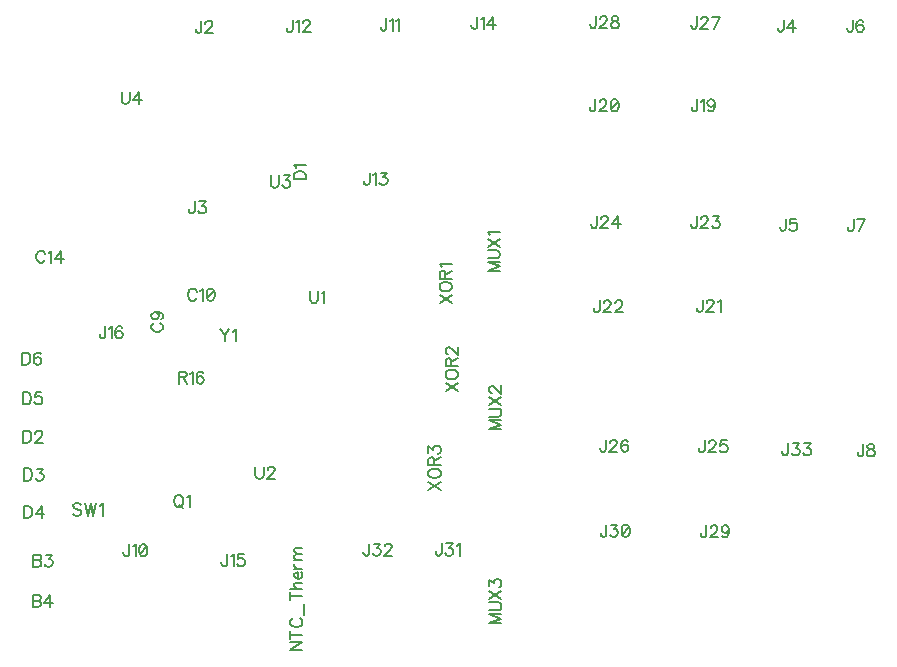
<source format=gbr>
G04 DipTrace 3.2.0.1*
G04 TopAssy.gbr*
%MOIN*%
G04 #@! TF.FileFunction,Drawing,Top*
G04 #@! TF.Part,Single*
%ADD108C,0.005906*%
%FSLAX26Y26*%
G04*
G70*
G90*
G75*
G01*
G04 TopAssy*
%LPD*%
X575348Y829761D2*
D108*
Y789569D1*
X592592D1*
X598341Y791514D1*
X600242Y793416D1*
X602143Y797218D1*
Y802966D1*
X600242Y806813D1*
X598341Y808714D1*
X592592Y810616D1*
X598341Y812561D1*
X600242Y814462D1*
X602143Y818265D1*
Y822112D1*
X600242Y825914D1*
X598341Y827860D1*
X592592Y829761D1*
X575348D1*
Y810616D2*
X592592D1*
X617801Y829717D2*
X638803D1*
X627351Y814418D1*
X633099D1*
X636902Y812517D1*
X638803Y810616D1*
X640749Y804868D1*
Y801065D1*
X638803Y795317D1*
X635001Y791470D1*
X629253Y789569D1*
X623505D1*
X617801Y791470D1*
X615900Y793416D1*
X613954Y797218D1*
X574434Y695432D2*
Y655240D1*
X591679D1*
X597427Y657185D1*
X599328Y659086D1*
X601229Y662889D1*
Y668637D1*
X599328Y672484D1*
X597427Y674385D1*
X591679Y676286D1*
X597427Y678232D1*
X599328Y680133D1*
X601229Y683935D1*
Y687782D1*
X599328Y691585D1*
X597427Y693530D1*
X591679Y695432D1*
X574434D1*
Y676286D2*
X591679D1*
X632186Y655240D2*
Y695387D1*
X613040Y668637D1*
X641736D1*
X978009Y1601866D2*
X974206Y1599965D1*
X970360Y1596118D1*
X968458Y1592315D1*
Y1584666D1*
X970359Y1580819D1*
X974206Y1577017D1*
X978009Y1575071D1*
X983757Y1573170D1*
X993352D1*
X999055Y1575071D1*
X1002902Y1577017D1*
X1006705Y1580819D1*
X1008650Y1584666D1*
Y1592315D1*
X1006705Y1596118D1*
X1002902Y1599965D1*
X999055Y1601866D1*
X981856Y1638570D2*
X987604Y1636625D1*
X991450Y1632822D1*
X993352Y1627074D1*
Y1625173D1*
X991450Y1619425D1*
X987604Y1615622D1*
X981856Y1613677D1*
X979954D1*
X974206Y1615622D1*
X970404Y1619425D1*
X968502Y1625173D1*
Y1627074D1*
X970404Y1632822D1*
X974206Y1636625D1*
X981856Y1638570D1*
X991450D1*
X1001001Y1636625D1*
X1006749Y1632822D1*
X1008650Y1627074D1*
Y1623272D1*
X1006749Y1617524D1*
X1002902Y1615622D1*
X1120350Y1706552D2*
X1118449Y1710354D1*
X1114602Y1714201D1*
X1110800Y1716102D1*
X1103150D1*
X1099303Y1714201D1*
X1095501Y1710354D1*
X1093555Y1706552D1*
X1091654Y1700804D1*
Y1691209D1*
X1093555Y1685505D1*
X1095501Y1681658D1*
X1099303Y1677856D1*
X1103150Y1675910D1*
X1110800D1*
X1114602Y1677856D1*
X1118449Y1681658D1*
X1120350Y1685505D1*
X1132161Y1708409D2*
X1136008Y1710354D1*
X1141756Y1716058D1*
Y1675910D1*
X1165063Y1716058D2*
X1159315Y1714157D1*
X1155468Y1708409D1*
X1153567Y1698858D1*
Y1693110D1*
X1155468Y1683559D1*
X1159315Y1677811D1*
X1165063Y1675910D1*
X1168866D1*
X1174614Y1677811D1*
X1178416Y1683559D1*
X1180362Y1693110D1*
Y1698858D1*
X1178416Y1708409D1*
X1174614Y1714157D1*
X1168866Y1716058D1*
X1165063D1*
X1178416Y1708409D2*
X1155468Y1683559D1*
X614957Y1833283D2*
X613056Y1837085D1*
X609209Y1840932D1*
X605407Y1842833D1*
X597757D1*
X593911Y1840932D1*
X590108Y1837085D1*
X588163Y1833283D1*
X586261Y1827535D1*
Y1817940D1*
X588163Y1812236D1*
X590108Y1808389D1*
X593911Y1804587D1*
X597757Y1802641D1*
X605407D1*
X609209Y1804587D1*
X613056Y1808389D1*
X614957Y1812236D1*
X626768Y1835140D2*
X630615Y1837085D1*
X636363Y1842789D1*
Y1802641D1*
X667319D2*
Y1842789D1*
X648174Y1816038D1*
X676870D1*
X1444255Y2080927D2*
X1484447D1*
X1484448Y2094325D1*
X1482502Y2100073D1*
X1478699Y2103920D1*
X1474853Y2105821D1*
X1469149Y2107722D1*
X1459554D1*
X1453806Y2105821D1*
X1450004Y2103920D1*
X1446157Y2100073D1*
X1444255Y2094325D1*
Y2080927D1*
X1451949Y2119533D2*
X1450004Y2123380D1*
X1444300Y2129128D1*
X1484447D1*
X542230Y1243097D2*
Y1202905D1*
X555628D1*
X561376Y1204850D1*
X565222Y1208653D1*
X567124Y1212500D1*
X569025Y1218204D1*
Y1227798D1*
X567124Y1233546D1*
X565222Y1237349D1*
X561376Y1241196D1*
X555628Y1243097D1*
X542230D1*
X582781Y1233502D2*
Y1235403D1*
X584683Y1239250D1*
X586584Y1241151D1*
X590431Y1243053D1*
X598080D1*
X601883Y1241151D1*
X603784Y1239250D1*
X605729Y1235403D1*
Y1231601D1*
X603784Y1227754D1*
X599981Y1222050D1*
X580836Y1202905D1*
X607631D1*
X544739Y1116890D2*
Y1076698D1*
X558137D1*
X563885Y1078643D1*
X567732Y1082446D1*
X569633Y1086292D1*
X571534Y1091996D1*
Y1101591D1*
X569633Y1107339D1*
X567732Y1111142D1*
X563885Y1114988D1*
X558137Y1116890D1*
X544739D1*
X587192Y1116845D2*
X608194D1*
X596742Y1101547D1*
X602491D1*
X606293Y1099645D1*
X608194Y1097744D1*
X610140Y1091996D1*
Y1088194D1*
X608194Y1082446D1*
X604392Y1078599D1*
X598644Y1076698D1*
X592896D1*
X587192Y1078599D1*
X585291Y1080544D1*
X583345Y1084347D1*
X545713Y991934D2*
Y951742D1*
X559110D1*
X564858Y953688D1*
X568705Y957490D1*
X570606Y961337D1*
X572507Y967041D1*
Y976636D1*
X570606Y982384D1*
X568705Y986186D1*
X564858Y990033D1*
X559110Y991934D1*
X545713D1*
X603464Y951742D2*
Y991890D1*
X584318Y965140D1*
X613014D1*
X540852Y1370968D2*
Y1330776D1*
X554250D1*
X559998Y1332722D1*
X563844Y1336524D1*
X565746Y1340371D1*
X567647Y1346075D1*
Y1355670D1*
X565746Y1361418D1*
X563844Y1365220D1*
X559998Y1369067D1*
X554250Y1370968D1*
X540852D1*
X602406Y1370924D2*
X583305D1*
X581403Y1353724D1*
X583305Y1355625D1*
X589053Y1357571D1*
X594757D1*
X600505Y1355625D1*
X604351Y1351823D1*
X606253Y1346075D1*
Y1342272D1*
X604351Y1336524D1*
X600505Y1332678D1*
X594757Y1330776D1*
X589053D1*
X583305Y1332678D1*
X581403Y1334623D1*
X579458Y1338426D1*
X539102Y1503361D2*
Y1463169D1*
X552499D1*
X558247Y1465114D1*
X562094Y1468917D1*
X563995Y1472763D1*
X565897Y1478467D1*
Y1488062D1*
X563995Y1493810D1*
X562094Y1497613D1*
X558247Y1501459D1*
X552499Y1503361D1*
X539102D1*
X600656Y1497613D2*
X598754Y1501415D1*
X593006Y1503316D1*
X589204D1*
X583456Y1501415D1*
X579609Y1495667D1*
X577708Y1486117D1*
Y1476566D1*
X579609Y1468917D1*
X583456Y1465070D1*
X589204Y1463169D1*
X591105D1*
X596809Y1465070D1*
X600656Y1468917D1*
X602557Y1474665D1*
Y1476566D1*
X600656Y1482314D1*
X596809Y1486117D1*
X591105Y1488018D1*
X589204D1*
X583456Y1486117D1*
X579609Y1482314D1*
X577708Y1476566D1*
X1135828Y2608808D2*
Y2578211D1*
X1133926Y2572463D1*
X1131981Y2570562D1*
X1128178Y2568616D1*
X1124332D1*
X1120529Y2570562D1*
X1118628Y2572463D1*
X1116682Y2578211D1*
Y2582014D1*
X1149584Y2599213D2*
Y2601115D1*
X1151485Y2604961D1*
X1153387Y2606863D1*
X1157233Y2608764D1*
X1164883D1*
X1168685Y2606863D1*
X1170587Y2604961D1*
X1172532Y2601115D1*
Y2597312D1*
X1170587Y2593465D1*
X1166784Y2587762D1*
X1147639Y2568616D1*
X1174433D1*
X1113460Y2007071D2*
Y1976473D1*
X1111559Y1970725D1*
X1109613Y1968824D1*
X1105811Y1966879D1*
X1101964D1*
X1098162Y1968824D1*
X1096260Y1970725D1*
X1094315Y1976473D1*
Y1980276D1*
X1129118Y2007026D2*
X1150120D1*
X1138668Y1991728D1*
X1144417D1*
X1148219Y1989827D1*
X1150120Y1987925D1*
X1152066Y1982177D1*
Y1978375D1*
X1150120Y1972627D1*
X1146318Y1968780D1*
X1140570Y1966879D1*
X1134822D1*
X1129118Y1968780D1*
X1127217Y1970725D1*
X1125271Y1974528D1*
X3076992Y2613239D2*
Y2582641D1*
X3075091Y2576893D1*
X3073146Y2574992D1*
X3069343Y2573047D1*
X3065496D1*
X3061694Y2574992D1*
X3059793Y2576893D1*
X3057847Y2582641D1*
Y2586444D1*
X3107949Y2573047D2*
Y2613194D1*
X3088803Y2586444D1*
X3117499D1*
X3083927Y1949350D2*
Y1918753D1*
X3082026Y1913005D1*
X3080081Y1911104D1*
X3076278Y1909158D1*
X3072431D1*
X3068629Y1911104D1*
X3066727Y1913005D1*
X3064782Y1918753D1*
Y1922556D1*
X3118686Y1949306D2*
X3099585D1*
X3097684Y1932106D1*
X3099585Y1934007D1*
X3105333Y1935953D1*
X3111037D1*
X3116785Y1934007D1*
X3120632Y1930205D1*
X3122533Y1924457D1*
Y1920654D1*
X3120632Y1914906D1*
X3116785Y1911059D1*
X3111037Y1909158D1*
X3105333D1*
X3099585Y1911059D1*
X3097684Y1913005D1*
X3095738Y1916807D1*
X3308035Y2611764D2*
Y2581166D1*
X3306134Y2575418D1*
X3304188Y2573517D1*
X3300386Y2571572D1*
X3296539D1*
X3292737Y2573517D1*
X3290835Y2575418D1*
X3288890Y2581166D1*
Y2584969D1*
X3342794Y2606016D2*
X3340893Y2609818D1*
X3335145Y2611719D1*
X3331342D1*
X3325594Y2609818D1*
X3321748Y2604070D1*
X3319846Y2594519D1*
Y2584969D1*
X3321748Y2577320D1*
X3325594Y2573473D1*
X3331342Y2571572D1*
X3333244D1*
X3338947Y2573473D1*
X3342794Y2577320D1*
X3344695Y2583068D1*
Y2584969D1*
X3342794Y2590717D1*
X3338947Y2594519D1*
X3333244Y2596421D1*
X3331342D1*
X3325594Y2594519D1*
X3321748Y2590717D1*
X3319846Y2584969D1*
X3310010Y1947897D2*
Y1917300D1*
X3308109Y1911552D1*
X3306163Y1909651D1*
X3302361Y1907705D1*
X3298514D1*
X3294711Y1909651D1*
X3292810Y1911552D1*
X3290865Y1917300D1*
Y1921103D1*
X3329470Y1907705D2*
X3348616Y1947853D1*
X3321821D1*
X3342560Y1197845D2*
Y1167248D1*
X3340658Y1161500D1*
X3338713Y1159598D1*
X3334910Y1157653D1*
X3331064D1*
X3327261Y1159598D1*
X3325360Y1161500D1*
X3323414Y1167248D1*
Y1171050D1*
X3363921Y1197801D2*
X3358217Y1195899D1*
X3356272Y1192097D1*
Y1188250D1*
X3358217Y1184448D1*
X3362020Y1182502D1*
X3369669Y1180601D1*
X3375417Y1178700D1*
X3379220Y1174853D1*
X3381121Y1171050D1*
Y1165302D1*
X3379220Y1161500D1*
X3377319Y1159554D1*
X3371571Y1157653D1*
X3363921D1*
X3358217Y1159554D1*
X3356272Y1161500D1*
X3354371Y1165302D1*
Y1171050D1*
X3356272Y1174853D1*
X3360119Y1178700D1*
X3365823Y1180601D1*
X3373472Y1182502D1*
X3377319Y1184448D1*
X3379220Y1188250D1*
Y1192097D1*
X3377319Y1195899D1*
X3371571Y1197801D1*
X3363921D1*
X895516Y864757D2*
Y834160D1*
X893614Y828412D1*
X891669Y826510D1*
X887866Y824565D1*
X884020D1*
X880217Y826510D1*
X878316Y828412D1*
X876370Y834160D1*
Y837962D1*
X907327Y857063D2*
X911174Y859009D1*
X916922Y864713D1*
Y824565D1*
X940229Y864713D2*
X934481Y862812D1*
X930634Y857063D1*
X928733Y847513D1*
Y841765D1*
X930634Y832214D1*
X934481Y826466D1*
X940229Y824565D1*
X944031D1*
X949779Y826466D1*
X953582Y832214D1*
X955527Y841765D1*
Y847513D1*
X953582Y857063D1*
X949779Y862812D1*
X944031Y864713D1*
X940229D1*
X953582Y857063D2*
X930634Y832214D1*
X1752820Y2616876D2*
Y2586279D1*
X1750919Y2580531D1*
X1748974Y2578630D1*
X1745171Y2576684D1*
X1741324D1*
X1737522Y2578630D1*
X1735621Y2580531D1*
X1733675Y2586279D1*
Y2590082D1*
X1764631Y2609183D2*
X1768478Y2611128D1*
X1774226Y2616832D1*
Y2576684D1*
X1786037Y2609183D2*
X1789884Y2611128D1*
X1795632Y2616832D1*
Y2576684D1*
X1440417Y2611338D2*
Y2580741D1*
X1438516Y2574993D1*
X1436571Y2573092D1*
X1432768Y2571146D1*
X1428921D1*
X1425119Y2573092D1*
X1423217Y2574993D1*
X1421272Y2580741D1*
Y2584544D1*
X1452228Y2603645D2*
X1456075Y2605590D1*
X1461823Y2611294D1*
Y2571146D1*
X1475580Y2601744D2*
Y2603645D1*
X1477481Y2607492D1*
X1479382Y2609393D1*
X1483229Y2611294D1*
X1490878D1*
X1494681Y2609393D1*
X1496582Y2607492D1*
X1498528Y2603645D1*
Y2599842D1*
X1496582Y2595996D1*
X1492780Y2590292D1*
X1473634Y2571146D1*
X1500429D1*
X1696633Y2102705D2*
Y2072107D1*
X1694731Y2066359D1*
X1692786Y2064458D1*
X1688983Y2062513D1*
X1685136D1*
X1681334Y2064458D1*
X1679433Y2066359D1*
X1677487Y2072107D1*
Y2075910D1*
X1708444Y2095011D2*
X1712290Y2096956D1*
X1718038Y2102660D1*
Y2062513D1*
X1733696Y2102660D2*
X1754699D1*
X1743247Y2087362D1*
X1748995D1*
X1752797Y2085460D1*
X1754699Y2083559D1*
X1756644Y2077811D1*
Y2074009D1*
X1754699Y2068261D1*
X1750896Y2064414D1*
X1745148Y2062513D1*
X1739400D1*
X1733696Y2064414D1*
X1731795Y2066359D1*
X1729849Y2070162D1*
X2055249Y2622220D2*
Y2591623D1*
X2053348Y2585875D1*
X2051402Y2583974D1*
X2047600Y2582028D1*
X2043753D1*
X2039950Y2583974D1*
X2038049Y2585875D1*
X2036103Y2591623D1*
Y2595426D1*
X2067060Y2614527D2*
X2070907Y2616472D1*
X2076655Y2622176D1*
Y2582028D1*
X2107611D2*
Y2622176D1*
X2088466Y2595426D1*
X2117162D1*
X1222148Y831378D2*
Y800781D1*
X1220247Y795033D1*
X1218302Y793131D1*
X1214499Y791186D1*
X1210652D1*
X1206850Y793131D1*
X1204948Y795033D1*
X1203003Y800781D1*
Y804583D1*
X1233959Y823684D2*
X1237806Y825630D1*
X1243554Y831334D1*
Y791186D1*
X1278313Y831334D2*
X1259212D1*
X1257311Y814134D1*
X1259212Y816035D1*
X1264960Y817980D1*
X1270664D1*
X1276412Y816035D1*
X1280259Y812232D1*
X1282160Y806484D1*
Y802682D1*
X1280259Y796934D1*
X1276412Y793087D1*
X1270664Y791186D1*
X1264960D1*
X1259212Y793087D1*
X1257311Y795033D1*
X1255365Y798835D1*
X816219Y1591193D2*
Y1560595D1*
X814318Y1554847D1*
X812373Y1552946D1*
X808570Y1551001D1*
X804723D1*
X800921Y1552946D1*
X799020Y1554847D1*
X797074Y1560595D1*
Y1564398D1*
X828030Y1583499D2*
X831877Y1585445D1*
X837625Y1591148D1*
Y1551001D1*
X872384Y1585445D2*
X870483Y1589247D1*
X864735Y1591148D1*
X860932D1*
X855184Y1589247D1*
X851338Y1583499D1*
X849436Y1573949D1*
Y1564398D1*
X851338Y1556749D1*
X855184Y1552902D1*
X860932Y1551001D1*
X862834D1*
X868537Y1552902D1*
X872384Y1556749D1*
X874285Y1562497D1*
Y1564398D1*
X872384Y1570146D1*
X868537Y1573949D1*
X862834Y1575850D1*
X860932D1*
X855184Y1573949D1*
X851338Y1570146D1*
X849436Y1564398D1*
X2789844Y2347435D2*
Y2316838D1*
X2787943Y2311090D1*
X2785998Y2309189D1*
X2782195Y2307243D1*
X2778348D1*
X2774546Y2309189D1*
X2772644Y2311090D1*
X2770699Y2316838D1*
Y2320641D1*
X2801655Y2339742D2*
X2805502Y2341687D1*
X2811250Y2347391D1*
Y2307243D1*
X2847955Y2334038D2*
X2846009Y2328290D1*
X2842207Y2324443D1*
X2836459Y2322542D1*
X2834557D1*
X2828809Y2324443D1*
X2825007Y2328290D1*
X2823061Y2334038D1*
Y2335939D1*
X2825007Y2341687D1*
X2828809Y2345490D1*
X2834557Y2347391D1*
X2836459D1*
X2842207Y2345490D1*
X2846009Y2341687D1*
X2847955Y2334038D1*
Y2324443D1*
X2846009Y2314893D1*
X2842207Y2309145D1*
X2836459Y2307243D1*
X2832656D1*
X2826908Y2309145D1*
X2825007Y2312992D1*
X2449669Y2347185D2*
Y2316588D1*
X2447768Y2310840D1*
X2445822Y2308938D1*
X2442020Y2306993D1*
X2438173D1*
X2434370Y2308938D1*
X2432469Y2310840D1*
X2430524Y2316588D1*
Y2320390D1*
X2463426Y2337590D2*
Y2339491D1*
X2465327Y2343338D1*
X2467228Y2345239D1*
X2471075Y2347141D1*
X2478724D1*
X2482527Y2345239D1*
X2484428Y2343338D1*
X2486374Y2339491D1*
Y2335689D1*
X2484428Y2331842D1*
X2480625Y2326138D1*
X2461480Y2306993D1*
X2488275D1*
X2511582Y2347141D2*
X2505834Y2345239D1*
X2501987Y2339491D1*
X2500086Y2329941D1*
Y2324193D1*
X2501987Y2314642D1*
X2505834Y2308894D1*
X2511582Y2306993D1*
X2515384D1*
X2521132Y2308894D1*
X2524935Y2314642D1*
X2526880Y2324193D1*
Y2329941D1*
X2524935Y2339491D1*
X2521132Y2345239D1*
X2515384Y2347141D1*
X2511582D1*
X2524935Y2339491D2*
X2501987Y2314642D1*
X2806802Y1679304D2*
Y1648707D1*
X2804901Y1642959D1*
X2802955Y1641058D1*
X2799153Y1639112D1*
X2795306D1*
X2791503Y1641058D1*
X2789602Y1642959D1*
X2787656Y1648707D1*
Y1652510D1*
X2820558Y1669709D2*
Y1671611D1*
X2822460Y1675458D1*
X2824361Y1677359D1*
X2828208Y1679260D1*
X2835857D1*
X2839659Y1677359D1*
X2841561Y1675458D1*
X2843506Y1671611D1*
Y1667808D1*
X2841561Y1663961D1*
X2837758Y1658258D1*
X2818613Y1639112D1*
X2845408D1*
X2857219Y1671611D2*
X2861065Y1673556D1*
X2866813Y1679260D1*
Y1639112D1*
X2463714Y1677043D2*
Y1646446D1*
X2461812Y1640698D1*
X2459867Y1638797D1*
X2456064Y1636851D1*
X2452218D1*
X2448415Y1638797D1*
X2446514Y1640698D1*
X2444568Y1646446D1*
Y1650248D1*
X2477470Y1667448D2*
Y1669350D1*
X2479371Y1673196D1*
X2481273Y1675098D1*
X2485120Y1676999D1*
X2492769D1*
X2496571Y1675098D1*
X2498473Y1673196D1*
X2500418Y1669350D1*
Y1665547D1*
X2498473Y1661700D1*
X2494670Y1655996D1*
X2475525Y1636851D1*
X2502319D1*
X2516076Y1667448D2*
Y1669350D1*
X2517977Y1673196D1*
X2519878Y1675098D1*
X2523725Y1676999D1*
X2531375D1*
X2535177Y1675098D1*
X2537078Y1673196D1*
X2539024Y1669350D1*
Y1665547D1*
X2537078Y1661700D1*
X2533276Y1655996D1*
X2514130Y1636851D1*
X2540925D1*
X2787597Y1957215D2*
Y1926618D1*
X2785696Y1920870D1*
X2783750Y1918969D1*
X2779948Y1917023D1*
X2776101D1*
X2772298Y1918969D1*
X2770397Y1920870D1*
X2768452Y1926618D1*
Y1930420D1*
X2801353Y1947620D2*
Y1949522D1*
X2803255Y1953368D1*
X2805156Y1955270D1*
X2809003Y1957171D1*
X2816652D1*
X2820455Y1955270D1*
X2822356Y1953368D1*
X2824301Y1949522D1*
Y1945719D1*
X2822356Y1941872D1*
X2818553Y1936168D1*
X2799408Y1917023D1*
X2826203D1*
X2841860Y1957171D2*
X2862863D1*
X2851411Y1941872D1*
X2857159D1*
X2860962Y1939971D1*
X2862863Y1938070D1*
X2864808Y1932322D1*
Y1928519D1*
X2862863Y1922771D1*
X2859060Y1918924D1*
X2853312Y1917023D1*
X2847564D1*
X2841860Y1918924D1*
X2839959Y1920870D1*
X2838014Y1924672D1*
X2454608Y1957922D2*
Y1927325D1*
X2452707Y1921577D1*
X2450761Y1919676D1*
X2446959Y1917730D1*
X2443112D1*
X2439310Y1919676D1*
X2437408Y1921577D1*
X2435463Y1927325D1*
Y1931128D1*
X2468365Y1948328D2*
Y1950229D1*
X2470266Y1954076D1*
X2472167Y1955977D1*
X2476014Y1957878D1*
X2483663D1*
X2487466Y1955977D1*
X2489367Y1954076D1*
X2491313Y1950229D1*
Y1946426D1*
X2489367Y1942580D1*
X2485565Y1936876D1*
X2466419Y1917730D1*
X2493214D1*
X2524170D2*
Y1957878D1*
X2505025Y1931128D1*
X2533721D1*
X2813737Y1210748D2*
Y1180151D1*
X2811836Y1174403D1*
X2809891Y1172501D1*
X2806088Y1170556D1*
X2802241D1*
X2798439Y1172501D1*
X2796537Y1174403D1*
X2794592Y1180151D1*
Y1183953D1*
X2827494Y1201153D2*
Y1203054D1*
X2829395Y1206901D1*
X2831296Y1208802D1*
X2835143Y1210704D1*
X2842792D1*
X2846595Y1208802D1*
X2848496Y1206901D1*
X2850442Y1203054D1*
Y1199252D1*
X2848496Y1195405D1*
X2844694Y1189701D1*
X2825548Y1170556D1*
X2852343D1*
X2887102Y1210704D2*
X2868001D1*
X2866100Y1193504D1*
X2868001Y1195405D1*
X2873749Y1197350D1*
X2879453D1*
X2885201Y1195405D1*
X2889047Y1191602D1*
X2890949Y1185854D1*
Y1182052D1*
X2889047Y1176304D1*
X2885201Y1172457D1*
X2879453Y1170556D1*
X2873749D1*
X2868001Y1172457D1*
X2866100Y1174403D1*
X2864154Y1178205D1*
X2484605Y1212107D2*
Y1181510D1*
X2482704Y1175762D1*
X2480758Y1173861D1*
X2476956Y1171915D1*
X2473109D1*
X2469306Y1173861D1*
X2467405Y1175762D1*
X2465460Y1181510D1*
Y1185313D1*
X2498362Y1202513D2*
Y1204414D1*
X2500263Y1208261D1*
X2502164Y1210162D1*
X2506011Y1212063D1*
X2513660D1*
X2517463Y1210162D1*
X2519364Y1208261D1*
X2521310Y1204414D1*
Y1200611D1*
X2519364Y1196765D1*
X2515561Y1191061D1*
X2496416Y1171915D1*
X2523211D1*
X2557970Y1206359D2*
X2556068Y1210162D1*
X2550320Y1212063D1*
X2546518D1*
X2540770Y1210162D1*
X2536923Y1204414D1*
X2535022Y1194863D1*
Y1185313D1*
X2536923Y1177663D1*
X2540770Y1173817D1*
X2546518Y1171915D1*
X2548419D1*
X2554123Y1173817D1*
X2557970Y1177663D1*
X2559871Y1183411D1*
Y1185313D1*
X2557970Y1191061D1*
X2554123Y1194863D1*
X2548419Y1196765D1*
X2546518D1*
X2540770Y1194863D1*
X2536923Y1191061D1*
X2535022Y1185313D1*
X2787764Y2623526D2*
Y2592929D1*
X2785862Y2587181D1*
X2783917Y2585280D1*
X2780114Y2583334D1*
X2776268D1*
X2772465Y2585280D1*
X2770564Y2587181D1*
X2768618Y2592929D1*
Y2596731D1*
X2801520Y2613931D2*
Y2615833D1*
X2803421Y2619679D1*
X2805323Y2621581D1*
X2809169Y2623482D1*
X2816819D1*
X2820621Y2621581D1*
X2822523Y2619679D1*
X2824468Y2615833D1*
Y2612030D1*
X2822523Y2608183D1*
X2818720Y2602479D1*
X2799575Y2583334D1*
X2826369D1*
X2845830D2*
X2864975Y2623482D1*
X2838180D1*
X2451221Y2624485D2*
Y2593888D1*
X2449320Y2588140D1*
X2447375Y2586239D1*
X2443572Y2584293D1*
X2439725D1*
X2435923Y2586239D1*
X2434022Y2588140D1*
X2432076Y2593888D1*
Y2597691D1*
X2464978Y2614891D2*
Y2616792D1*
X2466879Y2620639D1*
X2468780Y2622540D1*
X2472627Y2624441D1*
X2480276D1*
X2484079Y2622540D1*
X2485980Y2620639D1*
X2487926Y2616792D1*
Y2612989D1*
X2485980Y2609143D1*
X2482178Y2603439D1*
X2463032Y2584293D1*
X2489827D1*
X2511189Y2624441D2*
X2505485Y2622540D1*
X2503539Y2618737D1*
Y2614891D1*
X2505485Y2611088D1*
X2509287Y2609143D1*
X2516937Y2607241D1*
X2522685Y2605340D1*
X2526487Y2601493D1*
X2528389Y2597691D1*
Y2591943D1*
X2526487Y2588140D1*
X2524586Y2586195D1*
X2518838Y2584293D1*
X2511189D1*
X2505485Y2586195D1*
X2503539Y2588140D1*
X2501638Y2591943D1*
Y2597691D1*
X2503539Y2601493D1*
X2507386Y2605340D1*
X2513090Y2607241D1*
X2520739Y2609143D1*
X2524586Y2611088D1*
X2526487Y2614891D1*
Y2618737D1*
X2524586Y2622540D1*
X2518838Y2624441D1*
X2511189D1*
X2819767Y927076D2*
Y896479D1*
X2817865Y890731D1*
X2815920Y888829D1*
X2812117Y886884D1*
X2808271D1*
X2804468Y888829D1*
X2802567Y890731D1*
X2800621Y896479D1*
Y900281D1*
X2833523Y917481D2*
Y919382D1*
X2835424Y923229D1*
X2837326Y925130D1*
X2841173Y927032D1*
X2848822D1*
X2852624Y925130D1*
X2854526Y923229D1*
X2856471Y919382D1*
Y915580D1*
X2854526Y911733D1*
X2850723Y906029D1*
X2831578Y886884D1*
X2858372D1*
X2895077Y913679D2*
X2893131Y907931D1*
X2889329Y904084D1*
X2883581Y902183D1*
X2881679D1*
X2875931Y904084D1*
X2872129Y907931D1*
X2870183Y913679D1*
Y915580D1*
X2872129Y921328D1*
X2875931Y925130D1*
X2881679Y927032D1*
X2883581D1*
X2889329Y925130D1*
X2893131Y921328D1*
X2895077Y913679D1*
Y904084D1*
X2893131Y894533D1*
X2889329Y888785D1*
X2883581Y886884D1*
X2879778D1*
X2874030Y888785D1*
X2872129Y892632D1*
X2486573Y929040D2*
Y898443D1*
X2484672Y892695D1*
X2482727Y890794D1*
X2478924Y888848D1*
X2475077D1*
X2471275Y890794D1*
X2469373Y892695D1*
X2467428Y898443D1*
Y902246D1*
X2502231Y928996D2*
X2523233D1*
X2511782Y913698D1*
X2517530D1*
X2521332Y911796D1*
X2523233Y909895D1*
X2525179Y904147D1*
Y900345D1*
X2523233Y894597D1*
X2519431Y890750D1*
X2513683Y888848D1*
X2507935D1*
X2502231Y890750D1*
X2500330Y892695D1*
X2498384Y896498D1*
X2548486Y928996D2*
X2542738Y927095D1*
X2538891Y921347D1*
X2536990Y911796D1*
Y906048D1*
X2538891Y896498D1*
X2542738Y890750D1*
X2548486Y888848D1*
X2552289D1*
X2558037Y890750D1*
X2561839Y896498D1*
X2563785Y906048D1*
Y911796D1*
X2561839Y921347D1*
X2558037Y927095D1*
X2552289Y928996D1*
X2548486D1*
X2561839Y921347D2*
X2538891Y896498D1*
X1936991Y866980D2*
Y836383D1*
X1935090Y830635D1*
X1933144Y828734D1*
X1929342Y826788D1*
X1925495D1*
X1921692Y828734D1*
X1919791Y830635D1*
X1917845Y836383D1*
Y840185D1*
X1952649Y866936D2*
X1973651D1*
X1962199Y851637D1*
X1967947D1*
X1971750Y849736D1*
X1973651Y847835D1*
X1975597Y842087D1*
Y838284D1*
X1973651Y832536D1*
X1969848Y828689D1*
X1964100Y826788D1*
X1958352D1*
X1952649Y828689D1*
X1950747Y830635D1*
X1948802Y834437D1*
X1987408Y859287D2*
X1991254Y861232D1*
X1997002Y866936D1*
Y826788D1*
X1695544Y866811D2*
Y836214D1*
X1693643Y830466D1*
X1691698Y828564D1*
X1687895Y826619D1*
X1684048D1*
X1680246Y828564D1*
X1678345Y830466D1*
X1676399Y836214D1*
Y840016D1*
X1711202Y866767D2*
X1732205D1*
X1720753Y851468D1*
X1726501D1*
X1730303Y849567D1*
X1732205Y847665D1*
X1734150Y841917D1*
Y838115D1*
X1732205Y832367D1*
X1728402Y828520D1*
X1722654Y826619D1*
X1716906D1*
X1711202Y828520D1*
X1709301Y830466D1*
X1707355Y834268D1*
X1747907Y857216D2*
Y859117D1*
X1749808Y862964D1*
X1751709Y864865D1*
X1755556Y866767D1*
X1763205D1*
X1767008Y864865D1*
X1768909Y862964D1*
X1770855Y859117D1*
Y855315D1*
X1768909Y851468D1*
X1765107Y845764D1*
X1745961Y826619D1*
X1772756D1*
X3091716Y1200648D2*
Y1170051D1*
X3089815Y1164303D1*
X3087870Y1162402D1*
X3084067Y1160456D1*
X3080220D1*
X3076418Y1162402D1*
X3074516Y1164303D1*
X3072571Y1170051D1*
Y1173853D1*
X3107374Y1200604D2*
X3128377D1*
X3116925Y1185305D1*
X3122673D1*
X3126475Y1183404D1*
X3128377Y1181503D1*
X3130322Y1175755D1*
Y1171952D1*
X3128377Y1166204D1*
X3124574Y1162357D1*
X3118826Y1160456D1*
X3113078D1*
X3107374Y1162357D1*
X3105473Y1164303D1*
X3103527Y1168105D1*
X3145980Y1200604D2*
X3166982D1*
X3155530Y1185305D1*
X3161278D1*
X3165081Y1183404D1*
X3166982Y1181503D1*
X3168928Y1175755D1*
Y1171952D1*
X3166982Y1166204D1*
X3163180Y1162357D1*
X3157432Y1160456D1*
X3151684D1*
X3145980Y1162357D1*
X3144079Y1164303D1*
X3142133Y1168105D1*
X2130831Y1805935D2*
X2090639D1*
X2130831Y1790636D1*
X2090639Y1775338D1*
X2130831D1*
X2090639Y1817746D2*
X2119335D1*
X2125083Y1819647D1*
X2128885Y1823494D1*
X2130831Y1829242D1*
Y1833045D1*
X2128885Y1838793D1*
X2125083Y1842639D1*
X2119335Y1844541D1*
X2090639D1*
Y1856352D2*
X2130831Y1883146D1*
X2090639D2*
X2130831Y1856352D1*
X2098332Y1894957D2*
X2096387Y1898804D1*
X2090683Y1904552D1*
X2130831D1*
X2135720Y1277809D2*
X2095528D1*
X2135720Y1262510D1*
X2095528Y1247212D1*
X2135720D1*
X2095528Y1289620D2*
X2124224D1*
X2129972Y1291521D1*
X2133775Y1295368D1*
X2135720Y1301116D1*
Y1304918D1*
X2133775Y1310666D1*
X2129972Y1314513D1*
X2124224Y1316414D1*
X2095528D1*
Y1328225D2*
X2135720Y1355020D1*
X2095528D2*
X2135720Y1328225D1*
X2105123Y1368777D2*
X2103222D1*
X2099375Y1370678D1*
X2097474Y1372579D1*
X2095573Y1376426D1*
Y1384075D1*
X2097474Y1387878D1*
X2099375Y1389779D1*
X2103222Y1391725D1*
X2107025D1*
X2110871Y1389779D1*
X2116575Y1385976D1*
X2135720Y1366831D1*
Y1393626D1*
X2136020Y632103D2*
X2095828D1*
X2136020Y616804D1*
X2095828Y601506D1*
X2136020D1*
X2095828Y643914D2*
X2124524D1*
X2130272Y645815D1*
X2134074Y649662D1*
X2136020Y655410D1*
Y659212D1*
X2134074Y664960D1*
X2130272Y668807D1*
X2124524Y670708D1*
X2095828D1*
Y682519D2*
X2136020Y709314D1*
X2095828D2*
X2136020Y682519D1*
X2095872Y724972D2*
Y745974D1*
X2111170Y734522D1*
Y740270D1*
X2113072Y744073D1*
X2114973Y745974D1*
X2120721Y747920D1*
X2124524D1*
X2130272Y745974D1*
X2134118Y742172D1*
X2136020Y736424D1*
Y730676D1*
X2134118Y724972D1*
X2132173Y723071D1*
X2128370Y721125D1*
X1432857Y537933D2*
X1473049D1*
X1432857Y511138D1*
X1473049D1*
X1432857Y563141D2*
X1473049D1*
X1432857Y549744D2*
Y576538D1*
X1442408Y617045D2*
X1438605Y615144D1*
X1434758Y611297D1*
X1432857Y607495D1*
Y599845D1*
X1434758Y595999D1*
X1438605Y592196D1*
X1442408Y590251D1*
X1448156Y588349D1*
X1457751D1*
X1463454Y590251D1*
X1467301Y592196D1*
X1471104Y595999D1*
X1473049Y599845D1*
Y607495D1*
X1471104Y611297D1*
X1467301Y615144D1*
X1463454Y617045D1*
X1479682Y628856D2*
Y665201D1*
X1432857Y690410D2*
X1473049D1*
X1432857Y677013D2*
Y703807D1*
Y715618D2*
X1473049D1*
X1453904D2*
X1448156Y721366D1*
X1446255Y725213D1*
Y730961D1*
X1448156Y734764D1*
X1453904Y736665D1*
X1473049D1*
X1457751Y748476D2*
Y771424D1*
X1453904D1*
X1450057Y769523D1*
X1448156Y767621D1*
X1446255Y763774D1*
Y758026D1*
X1448156Y754224D1*
X1452003Y750377D1*
X1457751Y748476D1*
X1461553D1*
X1467301Y750377D1*
X1471104Y754224D1*
X1473049Y758026D1*
Y763774D1*
X1471104Y767621D1*
X1467301Y771424D1*
X1446255Y783235D2*
X1473049D1*
X1457751D2*
X1452003Y785180D1*
X1448156Y788983D1*
X1446255Y792830D1*
Y798578D1*
Y810389D2*
X1473049D1*
X1453904D2*
X1448156Y816137D1*
X1446255Y819983D1*
Y825687D1*
X1448156Y829534D1*
X1453904Y831435D1*
X1473049D1*
X1453904D2*
X1448156Y837183D1*
X1446255Y841030D1*
Y846734D1*
X1448156Y850581D1*
X1453904Y852526D1*
X1473049D1*
X1056306Y1028674D2*
X1052503Y1026817D1*
X1048656Y1022971D1*
X1046755Y1019124D1*
X1044810Y1013376D1*
Y1003825D1*
X1046755Y998077D1*
X1048656Y994275D1*
X1052503Y990428D1*
X1056306Y988527D1*
X1063955D1*
X1067802Y990428D1*
X1071604Y994275D1*
X1073506Y998077D1*
X1075451Y1003825D1*
Y1013376D1*
X1073506Y1019124D1*
X1071604Y1022971D1*
X1067802Y1026817D1*
X1063955Y1028674D1*
X1056306D1*
X1062054Y996176D2*
X1073506Y984680D1*
X1087262Y1020981D2*
X1091109Y1022926D1*
X1096857Y1028630D1*
Y988482D1*
X1060091Y1420457D2*
X1077291D1*
X1083039Y1422402D1*
X1084984Y1424304D1*
X1086885Y1428106D1*
Y1431953D1*
X1084984Y1435755D1*
X1083039Y1437701D1*
X1077291Y1439602D1*
X1060091D1*
Y1399410D1*
X1073488Y1420457D2*
X1086885Y1399410D1*
X1098696Y1431909D2*
X1102543Y1433854D1*
X1108291Y1439558D1*
Y1399410D1*
X1143050Y1433854D2*
X1141149Y1437657D1*
X1135401Y1439558D1*
X1131598D1*
X1125850Y1437657D1*
X1122003Y1431909D1*
X1120102Y1422358D1*
Y1412807D1*
X1122003Y1405158D1*
X1125850Y1401311D1*
X1131598Y1399410D1*
X1133499D1*
X1139203Y1401311D1*
X1143050Y1405158D1*
X1144951Y1410906D1*
Y1412807D1*
X1143050Y1418556D1*
X1139203Y1422358D1*
X1133499Y1424259D1*
X1131598D1*
X1125850Y1422358D1*
X1122003Y1418556D1*
X1120102Y1412807D1*
X735990Y994590D2*
X732187Y998437D1*
X726439Y1000338D1*
X718790D1*
X713042Y998437D1*
X709195Y994590D1*
Y990788D1*
X711141Y986941D1*
X713042Y985040D1*
X716845Y983139D1*
X728341Y979292D1*
X732187Y977390D1*
X734089Y975445D1*
X735990Y971642D1*
Y965894D1*
X732187Y962092D1*
X726439Y960146D1*
X718790D1*
X713042Y962092D1*
X709195Y965894D1*
X747801Y1000338D2*
X757396Y960146D1*
X766946Y1000338D1*
X776497Y960146D1*
X786092Y1000338D1*
X797903Y992645D2*
X801750Y994590D1*
X807498Y1000294D1*
Y960146D1*
X1498116Y1707988D2*
Y1679292D1*
X1500018Y1673544D1*
X1503864Y1669741D1*
X1509612Y1667796D1*
X1513415D1*
X1519163Y1669741D1*
X1523010Y1673544D1*
X1524911Y1679292D1*
Y1707988D1*
X1536722Y1700294D2*
X1540569Y1702240D1*
X1546317Y1707944D1*
Y1667796D1*
X1316519Y1122220D2*
Y1093524D1*
X1318420Y1087776D1*
X1322267Y1083973D1*
X1328015Y1082028D1*
X1331818D1*
X1337566Y1083973D1*
X1341412Y1087776D1*
X1343314Y1093524D1*
Y1122220D1*
X1357070Y1112625D2*
Y1114526D1*
X1358971Y1118373D1*
X1360873Y1120274D1*
X1364719Y1122175D1*
X1372369D1*
X1376171Y1120274D1*
X1378073Y1118373D1*
X1380018Y1114526D1*
Y1110724D1*
X1378073Y1106877D1*
X1374270Y1101173D1*
X1355125Y1082028D1*
X1381919D1*
X1367715Y2093664D2*
Y2064968D1*
X1369616Y2059220D1*
X1373463Y2055417D1*
X1379211Y2053472D1*
X1383013D1*
X1388761Y2055417D1*
X1392608Y2059220D1*
X1394509Y2064968D1*
Y2093664D1*
X1410167Y2093620D2*
X1431169D1*
X1419718Y2078321D1*
X1425466D1*
X1429268Y2076420D1*
X1431169Y2074518D1*
X1433115Y2068770D1*
Y2064968D1*
X1431169Y2059220D1*
X1427367Y2055373D1*
X1421619Y2053472D1*
X1415871D1*
X1410167Y2055373D1*
X1408266Y2057319D1*
X1406320Y2061121D1*
X870312Y2372693D2*
Y2343997D1*
X872214Y2338249D1*
X876060Y2334446D1*
X881808Y2332501D1*
X885611D1*
X891359Y2334446D1*
X895206Y2338249D1*
X897107Y2343997D1*
Y2372693D1*
X928063Y2332501D2*
Y2372648D1*
X908918Y2345898D1*
X937614D1*
X1930222Y1668771D2*
X1970414Y1695565D1*
X1930222Y1695566D2*
X1970414Y1668771D1*
X1930222Y1718873D2*
X1932123Y1715026D1*
X1935970Y1711223D1*
X1939773Y1709278D1*
X1945521Y1707377D1*
X1955115Y1707376D1*
X1960819Y1709278D1*
X1964666Y1711223D1*
X1968469Y1715026D1*
X1970414Y1718873D1*
Y1726522D1*
X1968469Y1730324D1*
X1964666Y1734171D1*
X1960819Y1736072D1*
X1955115Y1737974D1*
X1945521D1*
X1939773Y1736072D1*
X1935970Y1734171D1*
X1932123Y1730324D1*
X1930222Y1726522D1*
Y1718873D1*
X1949367Y1749785D2*
Y1766985D1*
X1947422Y1772733D1*
X1945521Y1774678D1*
X1941718Y1776579D1*
X1937871D1*
X1934069Y1774678D1*
X1932123Y1772733D1*
X1930222Y1766985D1*
Y1749785D1*
X1970414D1*
X1949367Y1763182D2*
X1970414Y1776579D1*
X1937916Y1788390D2*
X1935970Y1792237D1*
X1930266Y1797985D1*
X1970414D1*
X1950234Y1376331D2*
X1990426Y1403126D1*
X1950234D2*
X1990426Y1376331D1*
X1950234Y1426433D2*
X1952135Y1422586D1*
X1955982Y1418783D1*
X1959784Y1416838D1*
X1965532Y1414937D1*
X1975127D1*
X1980831Y1416838D1*
X1984678Y1418783D1*
X1988480Y1422586D1*
X1990426Y1426433D1*
Y1434082D1*
X1988480Y1437885D1*
X1984678Y1441731D1*
X1980831Y1443633D1*
X1975127Y1445534D1*
X1965532D1*
X1959784Y1443633D1*
X1955982Y1441731D1*
X1952135Y1437885D1*
X1950234Y1434082D1*
Y1426433D1*
X1969379Y1457345D2*
Y1474545D1*
X1967434Y1480293D1*
X1965532Y1482238D1*
X1961730Y1484140D1*
X1957883D1*
X1954081Y1482238D1*
X1952135Y1480293D1*
X1950234Y1474545D1*
Y1457345D1*
X1990426D1*
X1969379Y1470742D2*
X1990426Y1484140D1*
X1959829Y1497896D2*
X1957927D1*
X1954081Y1499797D1*
X1952179Y1501699D1*
X1950278Y1505545D1*
Y1513195D1*
X1952179Y1516997D1*
X1954081Y1518898D1*
X1957927Y1520844D1*
X1961730D1*
X1965577Y1518898D1*
X1971280Y1515096D1*
X1990426Y1495951D1*
Y1522745D1*
X1893169Y1046613D2*
X1933362Y1073408D1*
X1893170D2*
X1933361Y1046613D1*
X1893170Y1096715D2*
X1895071Y1092868D1*
X1898918Y1089066D1*
X1902720Y1087120D1*
X1908468Y1085219D1*
X1918063D1*
X1923767Y1087120D1*
X1927614Y1089066D1*
X1931416Y1092868D1*
X1933362Y1096715D1*
Y1104364D1*
X1931416Y1108167D1*
X1927614Y1112013D1*
X1923767Y1113915D1*
X1918063Y1115816D1*
X1908468D1*
X1902720Y1113915D1*
X1898918Y1112013D1*
X1895071Y1108167D1*
X1893170Y1104364D1*
Y1096715D1*
X1912315Y1127627D2*
Y1144827D1*
X1910369Y1150575D1*
X1908468Y1152520D1*
X1904666Y1154422D1*
X1900819D1*
X1897016Y1152520D1*
X1895071Y1150575D1*
X1893170Y1144827D1*
Y1127627D1*
X1933362D1*
X1912315Y1141024D2*
X1933362Y1154422D1*
X1893214Y1170079D2*
Y1191082D1*
X1908512Y1179630D1*
Y1185378D1*
X1910414Y1189181D1*
X1912315Y1191082D1*
X1918063Y1193027D1*
X1921865D1*
X1927613Y1191082D1*
X1931460Y1187279D1*
X1933362Y1181531D1*
Y1175783D1*
X1931460Y1170079D1*
X1929515Y1168178D1*
X1925712Y1166233D1*
X1198105Y1580926D2*
X1213403Y1561781D1*
Y1540734D1*
X1228702Y1580926D2*
X1213403Y1561781D1*
X1240513Y1573233D2*
X1244360Y1575178D1*
X1250108Y1580882D1*
Y1540734D1*
M02*

</source>
